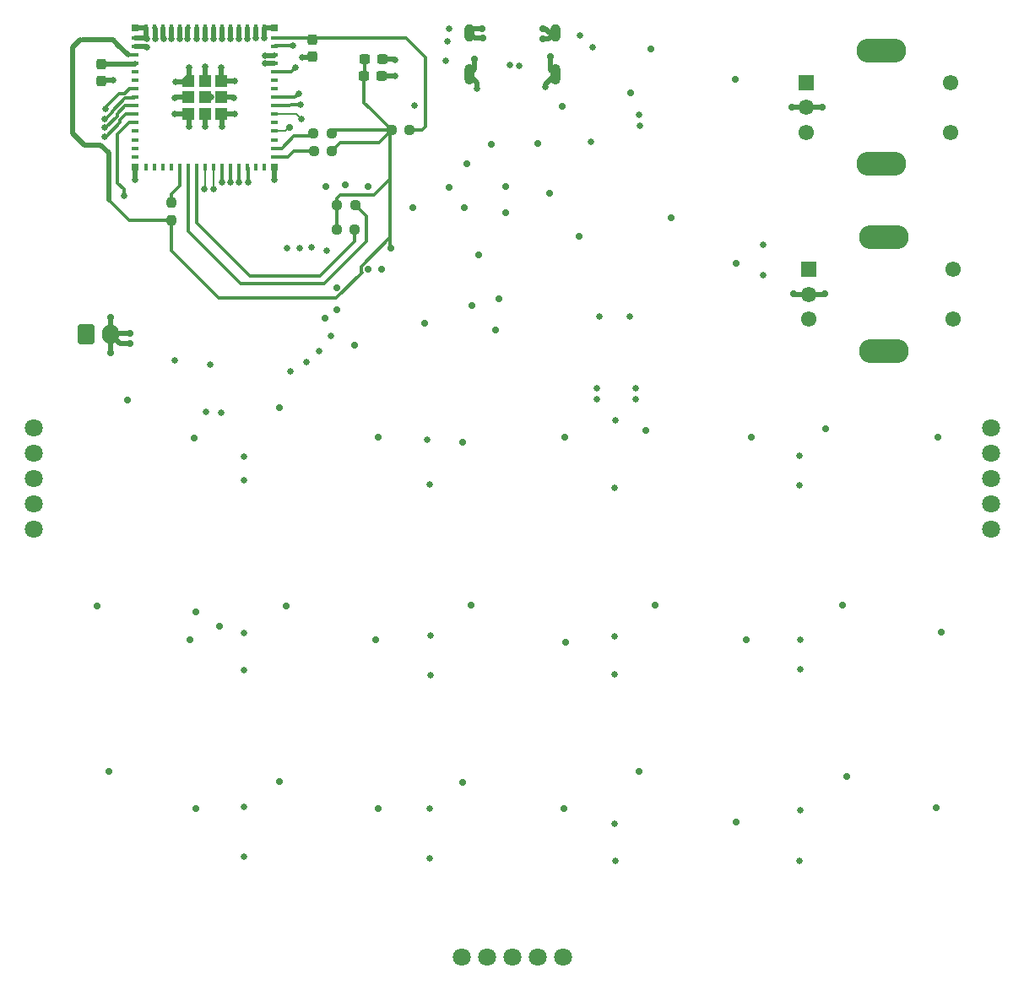
<source format=gbr>
%TF.GenerationSoftware,KiCad,Pcbnew,8.0.6*%
%TF.CreationDate,2025-02-02T15:37:03-07:00*%
%TF.ProjectId,Modular MacroPad,4d6f6475-6c61-4722-904d-6163726f5061,rev?*%
%TF.SameCoordinates,Original*%
%TF.FileFunction,Copper,L1,Top*%
%TF.FilePolarity,Positive*%
%FSLAX46Y46*%
G04 Gerber Fmt 4.6, Leading zero omitted, Abs format (unit mm)*
G04 Created by KiCad (PCBNEW 8.0.6) date 2025-02-02 15:37:03*
%MOMM*%
%LPD*%
G01*
G04 APERTURE LIST*
G04 Aperture macros list*
%AMRoundRect*
0 Rectangle with rounded corners*
0 $1 Rounding radius*
0 $2 $3 $4 $5 $6 $7 $8 $9 X,Y pos of 4 corners*
0 Add a 4 corners polygon primitive as box body*
4,1,4,$2,$3,$4,$5,$6,$7,$8,$9,$2,$3,0*
0 Add four circle primitives for the rounded corners*
1,1,$1+$1,$2,$3*
1,1,$1+$1,$4,$5*
1,1,$1+$1,$6,$7*
1,1,$1+$1,$8,$9*
0 Add four rect primitives between the rounded corners*
20,1,$1+$1,$2,$3,$4,$5,0*
20,1,$1+$1,$4,$5,$6,$7,0*
20,1,$1+$1,$6,$7,$8,$9,0*
20,1,$1+$1,$8,$9,$2,$3,0*%
%AMOutline5P*
0 Free polygon, 5 corners , with rotation*
0 The origin of the aperture is its center*
0 number of corners: always 5*
0 $1 to $10 corner X, Y*
0 $11 Rotation angle, in degrees counterclockwise*
0 create outline with 5 corners*
4,1,5,$1,$2,$3,$4,$5,$6,$7,$8,$9,$10,$1,$2,$11*%
%AMOutline6P*
0 Free polygon, 6 corners , with rotation*
0 The origin of the aperture is its center*
0 number of corners: always 6*
0 $1 to $12 corner X, Y*
0 $13 Rotation angle, in degrees counterclockwise*
0 create outline with 6 corners*
4,1,6,$1,$2,$3,$4,$5,$6,$7,$8,$9,$10,$11,$12,$1,$2,$13*%
%AMOutline7P*
0 Free polygon, 7 corners , with rotation*
0 The origin of the aperture is its center*
0 number of corners: always 7*
0 $1 to $14 corner X, Y*
0 $15 Rotation angle, in degrees counterclockwise*
0 create outline with 7 corners*
4,1,7,$1,$2,$3,$4,$5,$6,$7,$8,$9,$10,$11,$12,$13,$14,$1,$2,$15*%
%AMOutline8P*
0 Free polygon, 8 corners , with rotation*
0 The origin of the aperture is its center*
0 number of corners: always 8*
0 $1 to $16 corner X, Y*
0 $17 Rotation angle, in degrees counterclockwise*
0 create outline with 8 corners*
4,1,8,$1,$2,$3,$4,$5,$6,$7,$8,$9,$10,$11,$12,$13,$14,$15,$16,$1,$2,$17*%
G04 Aperture macros list end*
%TA.AperFunction,ComponentPad*%
%ADD10C,1.800000*%
%TD*%
%TA.AperFunction,SMDPad,CuDef*%
%ADD11RoundRect,0.237500X-0.250000X-0.237500X0.250000X-0.237500X0.250000X0.237500X-0.250000X0.237500X0*%
%TD*%
%TA.AperFunction,SMDPad,CuDef*%
%ADD12RoundRect,0.237500X-0.237500X0.300000X-0.237500X-0.300000X0.237500X-0.300000X0.237500X0.300000X0*%
%TD*%
%TA.AperFunction,SMDPad,CuDef*%
%ADD13RoundRect,0.237500X0.250000X0.237500X-0.250000X0.237500X-0.250000X-0.237500X0.250000X-0.237500X0*%
%TD*%
%TA.AperFunction,SMDPad,CuDef*%
%ADD14R,0.800000X0.800000*%
%TD*%
%TA.AperFunction,SMDPad,CuDef*%
%ADD15R,1.200000X1.200000*%
%TD*%
%TA.AperFunction,SMDPad,CuDef*%
%ADD16Outline5P,-0.600000X0.204000X-0.204000X0.600000X0.600000X0.600000X0.600000X-0.600000X-0.600000X-0.600000X0.000000*%
%TD*%
%TA.AperFunction,SMDPad,CuDef*%
%ADD17R,0.400000X0.800000*%
%TD*%
%TA.AperFunction,SMDPad,CuDef*%
%ADD18R,0.800000X0.400000*%
%TD*%
%TA.AperFunction,SMDPad,CuDef*%
%ADD19RoundRect,0.237500X-0.300000X-0.237500X0.300000X-0.237500X0.300000X0.237500X-0.300000X0.237500X0*%
%TD*%
%TA.AperFunction,ComponentPad*%
%ADD20C,1.550000*%
%TD*%
%TA.AperFunction,ComponentPad*%
%ADD21R,1.550000X1.550000*%
%TD*%
%TA.AperFunction,ComponentPad*%
%ADD22RoundRect,1.200000X-1.300000X0.000010X-1.300000X-0.000010X1.300000X-0.000010X1.300000X0.000010X0*%
%TD*%
%TA.AperFunction,SMDPad,CuDef*%
%ADD23RoundRect,0.237500X0.237500X-0.250000X0.237500X0.250000X-0.237500X0.250000X-0.237500X-0.250000X0*%
%TD*%
%TA.AperFunction,ComponentPad*%
%ADD24O,1.000000X2.100000*%
%TD*%
%TA.AperFunction,ComponentPad*%
%ADD25O,1.000000X1.800000*%
%TD*%
%TA.AperFunction,ComponentPad*%
%ADD26O,1.700000X2.000000*%
%TD*%
%TA.AperFunction,ComponentPad*%
%ADD27RoundRect,0.250000X-0.600000X-0.750000X0.600000X-0.750000X0.600000X0.750000X-0.600000X0.750000X0*%
%TD*%
%TA.AperFunction,ViaPad*%
%ADD28C,0.700000*%
%TD*%
%TA.AperFunction,ViaPad*%
%ADD29C,0.650000*%
%TD*%
%TA.AperFunction,Conductor*%
%ADD30C,0.500000*%
%TD*%
%TA.AperFunction,Conductor*%
%ADD31C,0.300000*%
%TD*%
%TA.AperFunction,Conductor*%
%ADD32C,0.200000*%
%TD*%
G04 APERTURE END LIST*
D10*
%TO.P,J4,5,Pin_5*%
%TO.N,unconnected-(J4-Pin_5-Pad5)*%
X153311608Y-142096589D03*
%TO.P,J4,4,Pin_4*%
%TO.N,unconnected-(J4-Pin_4-Pad4)*%
X150771608Y-142096589D03*
%TO.P,J4,3,Pin_3*%
%TO.N,unconnected-(J4-Pin_3-Pad3)*%
X148231608Y-142096589D03*
%TO.P,J4,2,Pin_2*%
%TO.N,unconnected-(J4-Pin_2-Pad2)*%
X145691608Y-142096589D03*
%TO.P,J4,1,Pin_1*%
%TO.N,unconnected-(J4-Pin_1-Pad1)*%
X143151608Y-142096589D03*
%TD*%
%TO.P,J3,1,Pin_1*%
%TO.N,unconnected-(J3-Pin_1-Pad1)*%
X100225608Y-89010589D03*
%TO.P,J3,2,Pin_2*%
%TO.N,unconnected-(J3-Pin_2-Pad2)*%
X100225608Y-91550589D03*
%TO.P,J3,3,Pin_3*%
%TO.N,unconnected-(J3-Pin_3-Pad3)*%
X100225608Y-94090589D03*
%TO.P,J3,4,Pin_4*%
%TO.N,unconnected-(J3-Pin_4-Pad4)*%
X100225608Y-96630589D03*
%TO.P,J3,5,Pin_5*%
%TO.N,unconnected-(J3-Pin_5-Pad5)*%
X100225608Y-99170589D03*
%TD*%
%TO.P,J2,5,Pin_5*%
%TO.N,unconnected-(J2-Pin_5-Pad5)*%
X196237608Y-99170589D03*
%TO.P,J2,4,Pin_4*%
%TO.N,unconnected-(J2-Pin_4-Pad4)*%
X196237608Y-96630589D03*
%TO.P,J2,3,Pin_3*%
%TO.N,unconnected-(J2-Pin_3-Pad3)*%
X196237608Y-94090589D03*
%TO.P,J2,2,Pin_2*%
%TO.N,unconnected-(J2-Pin_2-Pad2)*%
X196237608Y-91550589D03*
%TO.P,J2,1,Pin_1*%
%TO.N,unconnected-(J2-Pin_1-Pad1)*%
X196237608Y-89010589D03*
%TD*%
D11*
%TO.P,R19,2*%
%TO.N,Net-(U4-IO18)*%
X132448890Y-69111208D03*
%TO.P,R19,1*%
%TO.N,GPIO16*%
X130623890Y-69111208D03*
%TD*%
D12*
%TO.P,C11,2*%
%TO.N,GND*%
X128173890Y-51723708D03*
%TO.P,C11,1*%
%TO.N,/ESP32_EN*%
X128173890Y-49998708D03*
%TD*%
D13*
%TO.P,R21,2*%
%TO.N,Net-(U4-IO35)*%
X128336390Y-61161208D03*
%TO.P,R21,1*%
%TO.N,GPIO16*%
X130161390Y-61161208D03*
%TD*%
D11*
%TO.P,R18,2*%
%TO.N,/ESP32_EN*%
X137956866Y-59109608D03*
%TO.P,R18,1*%
%TO.N,GPIO16*%
X136131866Y-59109608D03*
%TD*%
D14*
%TO.P,U4,65,GND*%
%TO.N,GND*%
X124436390Y-48811208D03*
%TO.P,U4,64,GND*%
X124436390Y-62811208D03*
%TO.P,U4,63,GND*%
X110436390Y-62811208D03*
%TO.P,U4,62,GND*%
X110436390Y-48811208D03*
D15*
%TO.P,U4,61,GND*%
X119086390Y-57461208D03*
X119086390Y-55811208D03*
X119086390Y-54161208D03*
X117436390Y-57461208D03*
X117436390Y-55811208D03*
X117436390Y-54161208D03*
X115786390Y-57461208D03*
X115786390Y-55811208D03*
D16*
X115786390Y-54161208D03*
D17*
%TO.P,U4,60,GND*%
X111486390Y-48811208D03*
%TO.P,U4,59,GND*%
X112336390Y-48811208D03*
%TO.P,U4,58,GND*%
X113186390Y-48811208D03*
%TO.P,U4,57,GND*%
X114036390Y-48811208D03*
%TO.P,U4,56,GND*%
X114886390Y-48811208D03*
%TO.P,U4,55,GND*%
X115736390Y-48811208D03*
%TO.P,U4,54,GND*%
X116586390Y-48811208D03*
%TO.P,U4,53,GND*%
X117436390Y-48811208D03*
%TO.P,U4,52,GND*%
X118286390Y-48811208D03*
%TO.P,U4,51,GND*%
X119136390Y-48811208D03*
%TO.P,U4,50,GND*%
X119986390Y-48811208D03*
%TO.P,U4,49,GND*%
X120836390Y-48811208D03*
%TO.P,U4,48,GND*%
X121686390Y-48811208D03*
%TO.P,U4,47,GND*%
X122536390Y-48811208D03*
%TO.P,U4,46,GND*%
X123386390Y-48811208D03*
D18*
%TO.P,U4,45,EN*%
%TO.N,/ESP32_EN*%
X124436390Y-49861208D03*
%TO.P,U4,44,IO46*%
%TO.N,Rotary1A*%
X124436390Y-50711208D03*
%TO.P,U4,43,GND*%
%TO.N,GND*%
X124436390Y-51561208D03*
%TO.P,U4,42,GND*%
X124436390Y-52411208D03*
%TO.P,U4,41,IO45*%
%TO.N,Row0*%
X124436390Y-53261208D03*
%TO.P,U4,40,RXD0*%
%TO.N,unconnected-(U4-RXD0-Pad40)*%
X124436390Y-54111208D03*
%TO.P,U4,39,TXD0*%
%TO.N,unconnected-(U4-TXD0-Pad39)*%
X124436390Y-54961208D03*
%TO.P,U4,38,IO42*%
%TO.N,Rotary1B*%
X124436390Y-55811208D03*
%TO.P,U4,37,IO41*%
%TO.N,Row1*%
X124436390Y-56661208D03*
%TO.P,U4,36,IO40*%
%TO.N,Col3*%
X124436390Y-57511208D03*
%TO.P,U4,35,IO39*%
%TO.N,unconnected-(U4-IO39-Pad35)*%
X124436390Y-58361208D03*
%TO.P,U4,34,IO38*%
%TO.N,LED_GPIO*%
X124436390Y-59211208D03*
%TO.P,U4,33,IO37*%
%TO.N,unconnected-(U4-IO37-Pad33)*%
X124436390Y-60061208D03*
%TO.P,U4,32,IO36*%
%TO.N,Net-(U4-IO36)*%
X124436390Y-60911208D03*
%TO.P,U4,31,IO35*%
%TO.N,Net-(U4-IO35)*%
X124436390Y-61761208D03*
D17*
%TO.P,U4,30,IO48*%
%TO.N,unconnected-(U4-IO48-Pad30)*%
X123386390Y-62811208D03*
%TO.P,U4,29,IO34*%
%TO.N,unconnected-(U4-IO34-Pad29)*%
X122536390Y-62811208D03*
%TO.P,U4,28,IO33*%
%TO.N,Rotary2A*%
X121686390Y-62811208D03*
%TO.P,U4,27,IO47*%
%TO.N,Rotary2B*%
X120836390Y-62811208D03*
%TO.P,U4,26,IO26*%
%TO.N,Col4*%
X119986390Y-62811208D03*
%TO.P,U4,25,IO21*%
%TO.N,Col2*%
X119136390Y-62811208D03*
%TO.P,U4,24,IO20*%
%TO.N,USB_P*%
X118286390Y-62811208D03*
%TO.P,U4,23,IO19*%
%TO.N,USB_N*%
X117436390Y-62811208D03*
%TO.P,U4,22,IO18*%
%TO.N,Net-(U4-IO18)*%
X116586390Y-62811208D03*
%TO.P,U4,21,IO17*%
%TO.N,Net-(U4-IO17)*%
X115736390Y-62811208D03*
%TO.P,U4,20,IO16*%
%TO.N,Net-(U4-IO16)*%
X114886390Y-62811208D03*
%TO.P,U4,19,IO15*%
%TO.N,/RST*%
X114036390Y-62811208D03*
%TO.P,U4,18,IO14*%
%TO.N,/TFTCS*%
X113186390Y-62811208D03*
%TO.P,U4,17,IO13*%
%TO.N,/MOSI*%
X112336390Y-62811208D03*
%TO.P,U4,16,IO12*%
%TO.N,/MISO*%
X111486390Y-62811208D03*
D18*
%TO.P,U4,15,IO11*%
%TO.N,/SCK*%
X110436390Y-61761208D03*
%TO.P,U4,14,IO10*%
%TO.N,unconnected-(U4-IO10-Pad14)*%
X110436390Y-60911208D03*
%TO.P,U4,13,IO9*%
%TO.N,unconnected-(U4-IO9-Pad13)*%
X110436390Y-60061208D03*
%TO.P,U4,12,IO8*%
%TO.N,unconnected-(U4-IO8-Pad12)*%
X110436390Y-59211208D03*
%TO.P,U4,11,IO7*%
%TO.N,Col1*%
X110436390Y-58361208D03*
%TO.P,U4,10,IO6*%
%TO.N,Row2*%
X110436390Y-57511208D03*
%TO.P,U4,9,IO5*%
%TO.N,Row3*%
X110436390Y-56661208D03*
%TO.P,U4,8,IO4*%
%TO.N,Row4*%
X110436390Y-55811208D03*
%TO.P,U4,7,IO3*%
%TO.N,Col0*%
X110436390Y-54961208D03*
%TO.P,U4,6,IO2*%
%TO.N,unconnected-(U4-IO2-Pad6)*%
X110436390Y-54111208D03*
%TO.P,U4,5,IO1*%
%TO.N,unconnected-(U4-IO1-Pad5)*%
X110436390Y-53261208D03*
%TO.P,U4,4,IO0*%
%TO.N,/BOOT*%
X110436390Y-52411208D03*
%TO.P,U4,3,3V3*%
%TO.N,GPIO16*%
X110436390Y-51561208D03*
%TO.P,U4,2,GND*%
%TO.N,GND*%
X110436390Y-50711208D03*
%TO.P,U4,1,GND*%
X110436390Y-49861208D03*
%TD*%
D19*
%TO.P,C13,2*%
%TO.N,GND*%
X135136290Y-53664208D03*
%TO.P,C13,1*%
%TO.N,GPIO16*%
X133411290Y-53664208D03*
%TD*%
D20*
%TO.P,SW20,S2,S2*%
%TO.N,Col4*%
X192486390Y-78061208D03*
%TO.P,SW20,S1,S1*%
%TO.N,Net-(D41-A)*%
X192486390Y-73061208D03*
%TO.P,SW20,C,C*%
%TO.N,GND*%
X177986390Y-75561208D03*
%TO.P,SW20,B,B*%
%TO.N,Rotary2B*%
X177986390Y-78061208D03*
D21*
%TO.P,SW20,A,A*%
%TO.N,Rotary2A*%
X177986390Y-73061208D03*
D22*
%TO.P,SW20,4*%
%TO.N,N/C*%
X185486390Y-81261208D03*
%TO.P,SW20,3*%
X185486390Y-69861208D03*
%TD*%
D12*
%TO.P,C14,2*%
%TO.N,GND*%
X107036390Y-54173708D03*
%TO.P,C14,1*%
%TO.N,/BOOT*%
X107036390Y-52448708D03*
%TD*%
D20*
%TO.P,SW21,S2,S2*%
%TO.N,Col4*%
X192236390Y-59311208D03*
%TO.P,SW21,S1,S1*%
%TO.N,Net-(D40-A)*%
X192236390Y-54311208D03*
%TO.P,SW21,C,C*%
%TO.N,GND*%
X177736390Y-56811208D03*
%TO.P,SW21,B,B*%
%TO.N,Rotary1B*%
X177736390Y-59311208D03*
D21*
%TO.P,SW21,A,A*%
%TO.N,Rotary1A*%
X177736390Y-54311208D03*
D22*
%TO.P,SW21,4*%
%TO.N,N/C*%
X185236390Y-62511208D03*
%TO.P,SW21,3*%
X185236390Y-51111208D03*
%TD*%
D19*
%TO.P,C12,2*%
%TO.N,GND*%
X135211390Y-51987808D03*
%TO.P,C12,1*%
%TO.N,GPIO16*%
X133486390Y-51987808D03*
%TD*%
D23*
%TO.P,R1,2*%
%TO.N,Net-(U4-IO16)*%
X114036390Y-66336208D03*
%TO.P,R1,1*%
%TO.N,GPIO16*%
X114036390Y-68161208D03*
%TD*%
D11*
%TO.P,R20,2*%
%TO.N,Net-(U4-IO17)*%
X132498890Y-66611208D03*
%TO.P,R20,1*%
%TO.N,GPIO16*%
X130673890Y-66611208D03*
%TD*%
D13*
%TO.P,R23,2*%
%TO.N,Net-(U4-IO36)*%
X128323890Y-59411208D03*
%TO.P,R23,1*%
%TO.N,GPIO16*%
X130148890Y-59411208D03*
%TD*%
D24*
%TO.P,J1,S1,SHIELD*%
%TO.N,GND*%
X152558390Y-53516208D03*
D25*
X152558390Y-49336208D03*
D24*
X143918390Y-53516208D03*
D25*
X143918390Y-49336208D03*
%TD*%
D26*
%TO.P,J5,2,Pin_2*%
%TO.N,GND*%
X107986390Y-79611208D03*
D27*
%TO.P,J5,1,Pin_1*%
%TO.N,BAT+*%
X105486390Y-79611208D03*
%TD*%
D28*
%TO.N,GND*%
X152036390Y-65461208D03*
D29*
X111636390Y-50761208D03*
D28*
X152086390Y-51761208D03*
D29*
X120336390Y-55861208D03*
D28*
X153554408Y-89943189D03*
D29*
X113286390Y-49911208D03*
X116586390Y-49911208D03*
X111586390Y-49961208D03*
D28*
X190904408Y-89893189D03*
X109936390Y-79461208D03*
D29*
X136536390Y-53661208D03*
X124436390Y-64111208D03*
X115836390Y-58711208D03*
X118286390Y-49911208D03*
D28*
X170704408Y-72493189D03*
X132436390Y-80661208D03*
D29*
X123386390Y-49861208D03*
X114436390Y-57461208D03*
D28*
X170704408Y-128543189D03*
D29*
X115686390Y-49911208D03*
D28*
X176286390Y-56761208D03*
X147586390Y-64761208D03*
X106654408Y-106843189D03*
X146948890Y-76011208D03*
D29*
X112486390Y-49911208D03*
X119186390Y-58761208D03*
D28*
X133836390Y-73061208D03*
X133786390Y-64761208D03*
X150786390Y-60461208D03*
D29*
X110436390Y-64111208D03*
D28*
X129586390Y-64761208D03*
D29*
X119986390Y-49911208D03*
X121686390Y-49911208D03*
X122536390Y-49861208D03*
D28*
X125554408Y-106843189D03*
D29*
X144736390Y-54911208D03*
D28*
X134804408Y-127143189D03*
X134804408Y-89943189D03*
D29*
X115836390Y-52811208D03*
D28*
X162604408Y-106793189D03*
X145286390Y-49861208D03*
D29*
X114886390Y-49911208D03*
D28*
X144248890Y-76711208D03*
D29*
X136536390Y-52061208D03*
X119086390Y-52811208D03*
D28*
X107986390Y-81411208D03*
D29*
X114036390Y-49911208D03*
D28*
X144486390Y-51961208D03*
X172204408Y-89943189D03*
D29*
X108186390Y-54111208D03*
D28*
X181354408Y-106793189D03*
X130636390Y-77161208D03*
D29*
X119136390Y-49911208D03*
X114436390Y-55861208D03*
X151586390Y-54761208D03*
D28*
X146196390Y-60486208D03*
X138286390Y-66861208D03*
D29*
X118036390Y-55811208D03*
D28*
X107986390Y-77911208D03*
X109886390Y-80511208D03*
D29*
X117486390Y-58761208D03*
X117436390Y-52711208D03*
D28*
X135136390Y-73061208D03*
D29*
X117436390Y-49911208D03*
D28*
X145236390Y-48911208D03*
D29*
X120836390Y-49911208D03*
D28*
X131486390Y-64611208D03*
X153236390Y-56711208D03*
X141886390Y-64811208D03*
X116504408Y-127143189D03*
D29*
X114486390Y-54261208D03*
D28*
X179386390Y-56761208D03*
D29*
X120386390Y-54211208D03*
X127173890Y-51811208D03*
D28*
X147636390Y-67411208D03*
D29*
X120436390Y-57461208D03*
D28*
X143736390Y-62461208D03*
X116354408Y-89993189D03*
X153454408Y-127143189D03*
X144104408Y-106793189D03*
X151336390Y-49961208D03*
X190754408Y-127093189D03*
X143486390Y-66911208D03*
D29*
X123436390Y-52411208D03*
D28*
X151336390Y-48961208D03*
D29*
X123436390Y-51611208D03*
D28*
X176486390Y-75511208D03*
X130636390Y-74911208D03*
X170654408Y-53993189D03*
X179586390Y-75511208D03*
%TO.N,VBUS*%
X181804408Y-123943189D03*
X107804408Y-123393189D03*
X179654408Y-89093189D03*
X154954408Y-69743189D03*
X161654408Y-89193189D03*
X153604408Y-110443189D03*
X171704408Y-110193189D03*
X143304408Y-90393189D03*
X161004408Y-123393189D03*
X164154408Y-67893189D03*
X134554408Y-110243189D03*
X109654408Y-86143189D03*
X143254408Y-124543189D03*
X124904408Y-124443189D03*
X124904408Y-86943189D03*
X191254408Y-109443189D03*
X162129408Y-50968189D03*
X115954408Y-110193189D03*
%TO.N,BAT+*%
X139504408Y-78493189D03*
X129504408Y-77943189D03*
D29*
%TO.N,USB_N*%
X148036390Y-52561208D03*
X117388042Y-65008186D03*
%TO.N,USB_P*%
X118286390Y-65011208D03*
X148936390Y-52611208D03*
%TO.N,Col3*%
X158511390Y-94986208D03*
X158536390Y-113661208D03*
X158536390Y-128711208D03*
X158586390Y-132411208D03*
X158536390Y-109861208D03*
X158570590Y-88193189D03*
X156136390Y-60261208D03*
X127086390Y-57961208D03*
%TO.N,Col0*%
X107436390Y-57011208D03*
%TO.N,Col1*%
X121366790Y-109543189D03*
X121386390Y-94261208D03*
X109286390Y-65711208D03*
X121386390Y-113261208D03*
X121336390Y-91811208D03*
X119104408Y-87443189D03*
X121366790Y-126993189D03*
X117936390Y-82661208D03*
X121386390Y-132011208D03*
%TO.N,Col2*%
X125986390Y-83311208D03*
X125636390Y-70961208D03*
X139986390Y-94661208D03*
X139966790Y-132191608D03*
X140086390Y-109761208D03*
X140086390Y-113761208D03*
X139704408Y-90193189D03*
X139966790Y-127143189D03*
X119136390Y-64311208D03*
%TO.N,Col4*%
X177036390Y-91761208D03*
X177086390Y-132411208D03*
X160636390Y-86061208D03*
X126936390Y-70911208D03*
X156736390Y-86061208D03*
X177166790Y-113191608D03*
X177086390Y-94761208D03*
X119986390Y-64311208D03*
X177136390Y-110211208D03*
X177166790Y-127293189D03*
X127636390Y-82361208D03*
%TO.N,Rotary1B*%
X161010764Y-57586834D03*
X141586390Y-52111208D03*
X126836390Y-55411208D03*
%TO.N,Rotary1A*%
X126236390Y-50661208D03*
X155086390Y-49611208D03*
X141911390Y-48936208D03*
%TO.N,Rotary2B*%
X128886390Y-81261208D03*
X128086390Y-70861208D03*
X120836390Y-64311208D03*
X160636390Y-84961208D03*
X156736390Y-84961208D03*
%TO.N,Rotary2A*%
X129686390Y-71211208D03*
X156986390Y-77761208D03*
X121786390Y-64311208D03*
X160036390Y-77761208D03*
X130061390Y-79736208D03*
%TO.N,Row0*%
X156286390Y-50811208D03*
X141786390Y-50211208D03*
X126486390Y-52861208D03*
%TO.N,Row1*%
X173386390Y-73611208D03*
X161036390Y-58661208D03*
X138436390Y-56611208D03*
X127036390Y-56511208D03*
X173386390Y-70561208D03*
%TO.N,Row2*%
X107386390Y-59761208D03*
X117536390Y-87393189D03*
X114386390Y-82161208D03*
%TO.N,Row3*%
X107386390Y-58861208D03*
%TO.N,Row4*%
X107386390Y-57961208D03*
D28*
%TO.N,GPIO16*%
X136104408Y-70943189D03*
%TO.N,LED_GPIO*%
X160104408Y-55343189D03*
X125904408Y-58793189D03*
%TO.N,Net-(D15-DOUT)*%
X116554408Y-107393189D03*
X118854408Y-108843189D03*
%TO.N,Net-(U7-FB)*%
X146554408Y-79143189D03*
X144854408Y-71593189D03*
%TD*%
D30*
%TO.N,GND*%
X152558390Y-49336208D02*
X151965827Y-49336208D01*
X151965827Y-49336208D02*
X151590827Y-48961208D01*
X151590827Y-48961208D02*
X151336390Y-48961208D01*
D31*
%TO.N,/ESP32_EN*%
X137636390Y-49861208D02*
X139586390Y-51811208D01*
X139586390Y-51811208D02*
X139586390Y-58761208D01*
X139237990Y-59109608D02*
X137956866Y-59109608D01*
X139586390Y-58761208D02*
X139237990Y-59109608D01*
X124436390Y-49861208D02*
X137636390Y-49861208D01*
D30*
%TO.N,GND*%
X135139290Y-53661208D02*
X135136290Y-53664208D01*
X151586390Y-54761208D02*
X151586390Y-54488208D01*
X177986390Y-75561208D02*
X176536390Y-75561208D01*
X144736390Y-54911208D02*
X144736390Y-54334208D01*
X128086390Y-51811208D02*
X128173890Y-51723708D01*
X145236390Y-48911208D02*
X144343390Y-48911208D01*
X109936390Y-79461208D02*
X108136390Y-79461208D01*
X108186390Y-54111208D02*
X107098890Y-54111208D01*
X115686390Y-49911208D02*
X115686390Y-48861208D01*
X115686390Y-54261208D02*
X115786390Y-54161208D01*
X120836390Y-48811208D02*
X120836390Y-49911208D01*
X114486390Y-54261208D02*
X115686390Y-54261208D01*
X114486390Y-55811208D02*
X114436390Y-55861208D01*
X109886390Y-80511208D02*
X108886390Y-80511208D01*
X115836390Y-54111208D02*
X115786390Y-54161208D01*
X144343390Y-48911208D02*
X143918390Y-49336208D01*
X151586390Y-54488208D02*
X152558390Y-53516208D01*
X107986390Y-77911208D02*
X107986390Y-79611208D01*
X135211390Y-51987808D02*
X136462990Y-51987808D01*
X117486390Y-57511208D02*
X117436390Y-57461208D01*
X177986390Y-75561208D02*
X179536390Y-75561208D01*
X122536390Y-49861208D02*
X122536390Y-48811208D01*
X115786390Y-55811208D02*
X114486390Y-55811208D01*
X177786390Y-56761208D02*
X177736390Y-56811208D01*
X144443390Y-49861208D02*
X143918390Y-49336208D01*
X108136390Y-79461208D02*
X107986390Y-79611208D01*
X151336390Y-49961208D02*
X151933390Y-49961208D01*
X120436390Y-57461208D02*
X119086390Y-57461208D01*
X107098890Y-54111208D02*
X107036390Y-54173708D01*
X121686390Y-48811208D02*
X121686390Y-49911208D01*
X119186390Y-57561208D02*
X119086390Y-57461208D01*
X179386390Y-56761208D02*
X177786390Y-56761208D01*
X144486390Y-51961208D02*
X144486390Y-52948208D01*
X111486390Y-49861208D02*
X111586390Y-49961208D01*
X127173890Y-51811208D02*
X128086390Y-51811208D01*
X115836390Y-58711208D02*
X115836390Y-57511208D01*
X115686390Y-48861208D02*
X115736390Y-48811208D01*
X114036390Y-49911208D02*
X114036390Y-48811208D01*
X111486390Y-48961208D02*
X111486390Y-49861208D01*
X119186390Y-58761208D02*
X119186390Y-57561208D01*
X110436390Y-48811208D02*
X111336390Y-48811208D01*
X117436390Y-54161208D02*
X117436390Y-52711208D01*
X112486390Y-49911208D02*
X112486390Y-48961208D01*
X114886390Y-48811208D02*
X114886390Y-49911208D01*
X117436390Y-48811208D02*
X117436390Y-49911208D01*
X119986390Y-49911208D02*
X119986390Y-48811208D01*
X176336390Y-56811208D02*
X176286390Y-56761208D01*
X176536390Y-75561208D02*
X176486390Y-75511208D01*
X119086390Y-52811208D02*
X119086390Y-54161208D01*
X113186390Y-49811208D02*
X113286390Y-49911208D01*
X111586390Y-50711208D02*
X111636390Y-50761208D01*
X119136390Y-54211208D02*
X119086390Y-54161208D01*
X123386390Y-49861208D02*
X123386390Y-48811208D01*
X120386390Y-54211208D02*
X119136390Y-54211208D01*
X111336390Y-48811208D02*
X111486390Y-48961208D01*
X145286390Y-49861208D02*
X144443390Y-49861208D01*
X107986390Y-81411208D02*
X107986390Y-79611208D01*
X152086390Y-51761208D02*
X152086390Y-53044208D01*
X124436390Y-64111208D02*
X124436390Y-62811208D01*
X120286390Y-55811208D02*
X120336390Y-55861208D01*
X144736390Y-54334208D02*
X143918390Y-53516208D01*
X136536390Y-53661208D02*
X135139290Y-53661208D01*
X110436390Y-62811208D02*
X110436390Y-64111208D01*
X117486390Y-58761208D02*
X117486390Y-57511208D01*
X119136390Y-48811208D02*
X119136390Y-49911208D01*
X177736390Y-56811208D02*
X176336390Y-56811208D01*
X123436390Y-51611208D02*
X124386390Y-51611208D01*
X136462990Y-51987808D02*
X136536390Y-52061208D01*
X111486390Y-48811208D02*
X111486390Y-48961208D01*
X179536390Y-75561208D02*
X179586390Y-75511208D01*
X123386390Y-48811208D02*
X124436390Y-48811208D01*
X115836390Y-52811208D02*
X115836390Y-54111208D01*
X110436390Y-50711208D02*
X111586390Y-50711208D01*
X112486390Y-48961208D02*
X112336390Y-48811208D01*
X152086390Y-53044208D02*
X152558390Y-53516208D01*
X113186390Y-48811208D02*
X113186390Y-49811208D01*
X118036390Y-55811208D02*
X117436390Y-55811208D01*
X123436390Y-52411208D02*
X124436390Y-52411208D01*
X144486390Y-52948208D02*
X143918390Y-53516208D01*
X118286390Y-49911208D02*
X118286390Y-48811208D01*
X116586390Y-49911208D02*
X116586390Y-48811208D01*
X151933390Y-49961208D02*
X152558390Y-49336208D01*
X124386390Y-51611208D02*
X124436390Y-51561208D01*
X114436390Y-57461208D02*
X115786390Y-57461208D01*
X110436390Y-49861208D02*
X111486390Y-49861208D01*
X115836390Y-57511208D02*
X115786390Y-57461208D01*
X108886390Y-80511208D02*
X107986390Y-79611208D01*
X119086390Y-55811208D02*
X120286390Y-55811208D01*
D32*
%TO.N,USB_N*%
X117388042Y-65008186D02*
X117436390Y-64959838D01*
X117436390Y-64959838D02*
X117436390Y-62811208D01*
D30*
%TO.N,/BOOT*%
X110398890Y-52448708D02*
X110436390Y-52411208D01*
X107036390Y-52448708D02*
X110398890Y-52448708D01*
D32*
%TO.N,USB_P*%
X118286390Y-65011208D02*
X118286390Y-62811208D01*
D31*
%TO.N,Net-(U4-IO18)*%
X121936390Y-73711208D02*
X116586390Y-68361208D01*
X116586390Y-68361208D02*
X116586390Y-62811208D01*
X132448890Y-69111208D02*
X132448890Y-70248708D01*
X128986390Y-73711208D02*
X121936390Y-73711208D01*
X132448890Y-70248708D02*
X131086390Y-71611208D01*
X131086390Y-71611208D02*
X128986390Y-73711208D01*
%TO.N,Net-(U4-IO17)*%
X115736390Y-69261208D02*
X115736390Y-62811208D01*
X133636390Y-70261208D02*
X129386390Y-74511208D01*
X132498890Y-66611208D02*
X133636390Y-67748708D01*
X129386390Y-74511208D02*
X120986390Y-74511208D01*
X120986390Y-74511208D02*
X115736390Y-69261208D01*
X133636390Y-67748708D02*
X133636390Y-70261208D01*
%TO.N,Net-(U4-IO35)*%
X128336390Y-61161208D02*
X126336390Y-61161208D01*
X126336390Y-61161208D02*
X125736390Y-61761208D01*
X125736390Y-61761208D02*
X124436390Y-61761208D01*
%TO.N,Net-(U4-IO36)*%
X126354409Y-59693189D02*
X128041909Y-59693189D01*
X124436390Y-60911208D02*
X125136390Y-60911208D01*
X128041909Y-59693189D02*
X128323890Y-59411208D01*
X125136390Y-60911208D02*
X126354409Y-59693189D01*
X124486390Y-60961208D02*
X124436390Y-60911208D01*
D32*
%TO.N,Col3*%
X126636390Y-57511208D02*
X124436390Y-57511208D01*
X127086390Y-57961208D02*
X126636390Y-57511208D01*
D31*
%TO.N,Col0*%
X107436390Y-56786208D02*
X108811390Y-55411208D01*
X109836390Y-54961208D02*
X110436390Y-54961208D01*
X107436390Y-57011208D02*
X107436390Y-56786208D01*
X109386390Y-55411208D02*
X109836390Y-54961208D01*
X108811390Y-55411208D02*
X109386390Y-55411208D01*
%TO.N,Col1*%
X108686390Y-59532527D02*
X109857709Y-58361208D01*
X108686390Y-64411208D02*
X108686390Y-59532527D01*
X109286390Y-65711208D02*
X109286390Y-65011208D01*
X109857709Y-58361208D02*
X110436390Y-58361208D01*
X109286390Y-65011208D02*
X108686390Y-64411208D01*
%TO.N,Col2*%
X119136390Y-64311208D02*
X119136390Y-62811208D01*
%TO.N,Col4*%
X119986390Y-64311208D02*
X119986390Y-62811208D01*
%TO.N,Rotary1B*%
X126836390Y-55411208D02*
X126436390Y-55811208D01*
X126436390Y-55811208D02*
X124436390Y-55811208D01*
%TO.N,Rotary1A*%
X124486390Y-50661208D02*
X124436390Y-50711208D01*
X126236390Y-50661208D02*
X124486390Y-50661208D01*
%TO.N,Rotary2B*%
X120836390Y-64311208D02*
X120836390Y-62811208D01*
%TO.N,Rotary2A*%
X121786390Y-64311208D02*
X121786390Y-62911208D01*
X121786390Y-62911208D02*
X121686390Y-62811208D01*
%TO.N,Row0*%
X126086390Y-53261208D02*
X124436390Y-53261208D01*
X126486390Y-52861208D02*
X126086390Y-53261208D01*
%TO.N,Row1*%
X126086390Y-56511208D02*
X125936390Y-56661208D01*
X125936390Y-56661208D02*
X124436390Y-56661208D01*
X127036390Y-56511208D02*
X126086390Y-56511208D01*
%TO.N,Row2*%
X107536390Y-59761208D02*
X108936390Y-58361208D01*
X108936390Y-58361208D02*
X108936390Y-58111208D01*
X109536390Y-57511208D02*
X110436390Y-57511208D01*
X108936390Y-58111208D02*
X109536390Y-57511208D01*
X107386390Y-59761208D02*
X107536390Y-59761208D01*
%TO.N,Row3*%
X108611390Y-57690803D02*
X108611390Y-57436208D01*
X108611390Y-57436208D02*
X109386390Y-56661208D01*
X109386390Y-56661208D02*
X110436390Y-56661208D01*
X107440985Y-58861208D02*
X108611390Y-57690803D01*
X107386390Y-58861208D02*
X107440985Y-58861208D01*
%TO.N,Row4*%
X108111390Y-57186208D02*
X109386390Y-55911208D01*
X107440985Y-57961208D02*
X108111390Y-57290803D01*
X108111390Y-57290803D02*
X108111390Y-57186208D01*
X107386390Y-57961208D02*
X107440985Y-57961208D01*
X110336390Y-55911208D02*
X110436390Y-55811208D01*
X109386390Y-55911208D02*
X110336390Y-55911208D01*
%TO.N,Net-(U4-IO16)*%
X114886390Y-64711208D02*
X114886390Y-62811208D01*
X114036390Y-66336208D02*
X114036390Y-65561208D01*
X114036390Y-65561208D02*
X114886390Y-64711208D01*
%TO.N,GPIO16*%
X130673890Y-66611208D02*
X130673890Y-65973708D01*
X134386390Y-65611208D02*
X136036390Y-63961208D01*
X130450490Y-59109608D02*
X136131866Y-59109608D01*
X136036390Y-70875171D02*
X136104408Y-70943189D01*
D30*
X109736390Y-51561208D02*
X108686390Y-50511208D01*
D31*
X136036390Y-63961208D02*
X136036390Y-63811208D01*
X133136390Y-72771258D02*
X133136390Y-73351158D01*
X130673890Y-69061208D02*
X130623890Y-69111208D01*
X134880266Y-60361208D02*
X134908328Y-60333146D01*
X136036390Y-69871258D02*
X133136390Y-72771258D01*
X133411290Y-56389032D02*
X134009928Y-56987670D01*
X130673890Y-65973708D02*
X131036390Y-65611208D01*
X133411290Y-53664208D02*
X133411290Y-56389032D01*
X134908328Y-60333146D02*
X136131866Y-59109608D01*
X133486390Y-53589108D02*
X133411290Y-53664208D01*
X136036390Y-69871258D02*
X136036390Y-70875171D01*
D30*
X104136390Y-59415803D02*
X105331795Y-60611208D01*
D31*
X131036390Y-65611208D02*
X134386390Y-65611208D01*
D30*
X105331795Y-60611208D02*
X106986390Y-60611208D01*
X108186390Y-50011208D02*
X105186390Y-50011208D01*
X104136390Y-50811208D02*
X104136390Y-59415803D01*
D31*
X109836390Y-68161208D02*
X114036390Y-68161208D01*
D30*
X107786390Y-61411208D02*
X107786390Y-66111208D01*
D31*
X133486390Y-51987808D02*
X133486390Y-53589108D01*
D30*
X104936390Y-50011208D02*
X104136390Y-50811208D01*
D31*
X105186390Y-50011208D02*
X104936390Y-50011208D01*
X136036390Y-63811208D02*
X136036390Y-59205084D01*
X114036390Y-71211208D02*
X114036390Y-68161208D01*
X130961390Y-60361208D02*
X134880266Y-60361208D01*
X130161390Y-61161208D02*
X130961390Y-60361208D01*
X107786390Y-66111208D02*
X109836390Y-68161208D01*
X136036390Y-59205084D02*
X136131866Y-59109608D01*
X136036390Y-63811208D02*
X136036390Y-69871258D01*
X133136390Y-73351158D02*
X133161390Y-73376158D01*
D30*
X106986390Y-60611208D02*
X107786390Y-61411208D01*
D31*
X110436390Y-51561208D02*
X109736390Y-51561208D01*
D30*
X108686390Y-50511208D02*
X108186390Y-50011208D01*
D31*
X134009928Y-56987670D02*
X136131866Y-59109608D01*
X130576340Y-75961208D02*
X118786390Y-75961208D01*
X130148890Y-59411208D02*
X130450490Y-59109608D01*
X130673890Y-66611208D02*
X130673890Y-69061208D01*
X133161390Y-73376158D02*
X130576340Y-75961208D01*
X118786390Y-75961208D02*
X114036390Y-71211208D01*
D32*
%TO.N,LED_GPIO*%
X124436390Y-59211208D02*
X125486389Y-59211208D01*
X125486389Y-59211208D02*
X125904408Y-58793189D01*
%TD*%
M02*

</source>
